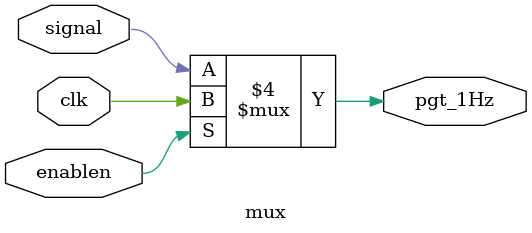
<source format=v>
module mux(
    input wire enablen,
    input signal,
    input clk,
    output reg pgt_1Hz
);

    always @*
        if (enablen == 1'b0) begin
            pgt_1Hz = signal;
        end

        else
            pgt_1Hz = clk; 
    
endmodule
</source>
